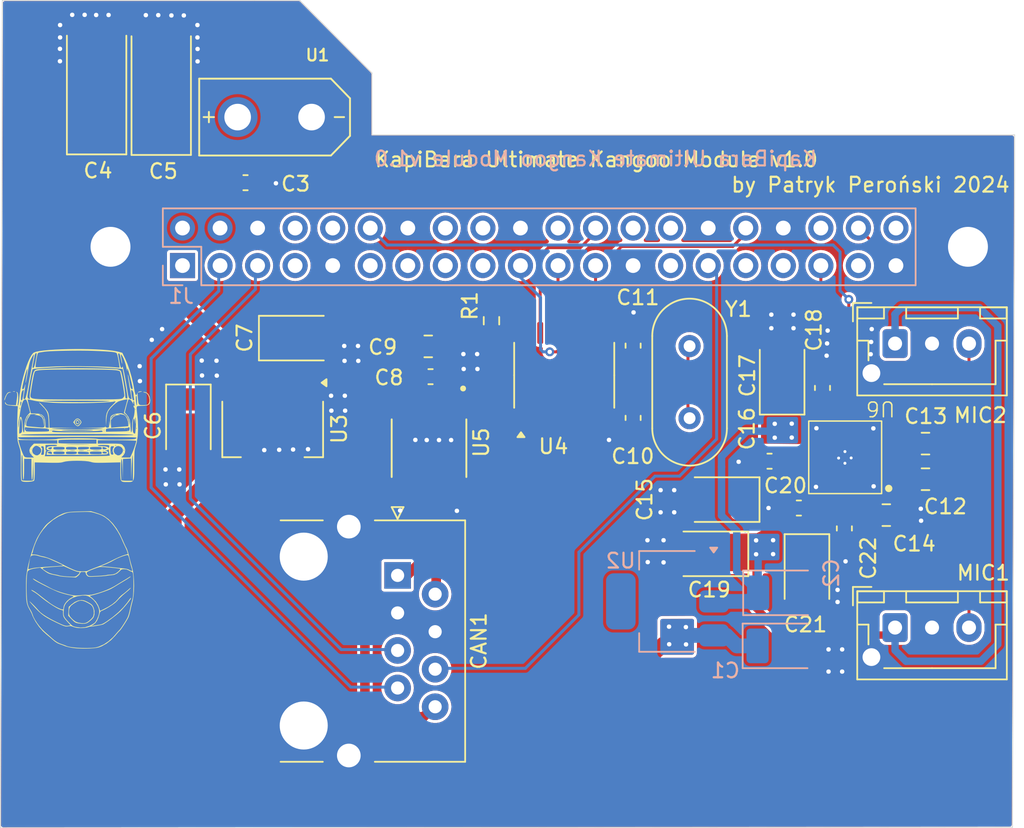
<source format=kicad_pcb>
(kicad_pcb (version 20240108) (generator "pcbnew") (generator_version "8.0")
  (title_block (date "15 nov 2012"))
  (layers (0 "F.Cu" signal) (31 "B.Cu" signal) (34 "B.Paste" user) (35 "F.Paste" user) (36 "B.SilkS" user "B.Silkscreen") (37 "F.SilkS" user "F.Silkscreen") (38 "B.Mask" user) (39 "F.Mask" user) (44 "Edge.Cuts" user))
  (net 0 "")
  (net 1 "GND")
  (net 2 "/GPIO4{slash}GPCLK0")
  (net 3 "/GPIO14{slash}TXD0")
  (net 4 "/GPIO15{slash}RXD0")
  (net 5 "/GPIO17")
  (net 6 "/GPIO27")
  (net 7 "/GPIO22")
  (net 8 "/GPIO23")
  (net 9 "/GPIO24")
  (net 10 "/GPIO25")
  (net 11 "/GPIO7{slash}SPI0.CE1")
  (net 12 "/ID_SDA")
  (net 13 "/ID_SCL")
  (net 14 "/GPIO6")
  (net 15 "/GPIO13{slash}PWM1")
  (net 16 "/GPIO16")
  (net 17 "/GPIO26")
  (net 18 "/GPIO21{slash}PCM.DOUT")
  (net 19 "+5V")
  (net 20 "+3V3")
  (net 21 "+3.3V")
  (net 22 "EN")
  (net 23 "SPLIT")
  (net 24 "RST")
  (net 25 "N_ERR")
  (net 26 "CAN_L")
  (net 27 "CAN_H")
  (net 28 "+3.3_CANV")
  (net 29 "Net-(U4-OSC1)")
  (net 30 "Net-(U4-OSC2)")
  (net 31 "CAN_CS")
  (net 32 "CAN_MISO")
  (net 33 "CAN_INT")
  (net 34 "CAN_MOSI")
  (net 35 "CAN_SCK")
  (net 36 "Net-(U4-~{RESET})")
  (net 41 "CAN_TX")
  (net 42 "CAN_RX")
  (net 47 "Net-(U6-IN1P)")
  (net 48 "/AUDIO/MIC_LEFT")
  (net 49 "Net-(U6-IN2P)")
  (net 50 "/AUDIO/MIC_RIGHT")
  (net 51 "Net-(U6-VREF)")
  (net 52 "Net-(U6-DREG)")
  (net 53 "Net-(U6-AREG)")
  (net 54 "BCLK")
  (net 55 "SDIN")
  (net 56 "FCLK")
  (footprint "Connector_JST:JST_XH_B3B-XH-AM_1x03_P2.50mm_Vertical" (layer "F.Cu") (at 156.57 73.27)
    (property "Reference" "MIC1")
    (property "Value" "Conn_01x03_Pin")
  )
  (footprint "MountingHole:MountingHole_2.7mm_M2.5" (layer "F.Cu") (at 161.5 47.5)
    (property "Reference" "MH2" (hide yes))
    (property "Value" "MountingHole_2.7mm_M2.5" (hide yes))
  )
  (footprint "Graphics:rau" (layer "F.Cu") (at 101.31 70.2)
    (property "Reference" "G***" (hide yes))
    (property "Value" "LOGO" (hide yes))
  )
  (footprint "Capacitor_Tantalum_SMD:CP_EIA-3528-21_Kemet-B_Pad1.50x2.35mm_HandSolder" (layer "F.Cu") (at 148.930001 56.219833 90)
    (property "Reference" "C17")
    (property "Value" "10u")
  )
  (footprint "Package_SO:TSSOP-20_4.4x6.5mm_P0.65mm" (layer "F.Cu") (at 134.19 56.1925 90)
    (property "Reference" "U4")
    (property "Value" "MCP2515-xST" (hide yes))
  )
  (footprint "Capacitor_SMD:C_0603_1608Metric_Pad1.08x0.95mm_HandSolder" (layer "F.Cu") (at 148.08 62.01 180)
    (property "Reference" "C16")
    (property "Value" "100n")
  )
  (footprint "PCM1821:WQFN-16" (layer "F.Cu") (at 153.190001 61.743334 180)
    (property "Reference" "U6")
    (property "Value" "PCM1821")
  )
  (footprint "Capacitor_Tantalum_SMD:CP_EIA-3528-21_Kemet-B_Pad1.50x2.35mm_HandSolder" (layer "F.Cu") (at 144.764999 64.61 180)
    (property "Reference" "C15")
    (property "Value" "10u")
  )
  (footprint "Capacitor_Tantalum_SMD:CP_EIA-7132-28_AVX-C_Pad2.72x3.50mm_HandSolder" (layer "F.Cu") (at 102.56 36.76 90)
    (property "Reference" "C4")
    (property "Value" "100u")
  )
  (footprint "Connector_RJ:RJ45_HALO_HFJ11-x2450HRL_Horizontal" (layer "F.Cu") (at 122.919999 69.739999 -90)
    (property "Reference" "CAN1")
    (property "Value" "RJ45_Shielded")
  )
  (footprint "Resistor_SMD:R_0603_1608Metric_Pad0.98x0.95mm_HandSolder" (layer "F.Cu") (at 129.27 52.5025 90)
    (property "Reference" "R1")
    (property "Value" "10k")
  )
  (footprint "Crystal:Crystal_HC49-U_Vertical" (layer "F.Cu") (at 142.670001 59.100002 90)
    (property "Reference" "Y1")
    (property "Value" "8Mhz" (hide yes))
  )
  (footprint "Capacitor_Tantalum_SMD:CP_EIA-3528-21_Kemet-B_Pad1.50x2.35mm_HandSolder" (layer "F.Cu") (at 116.175 53.68)
    (property "Reference" "C7")
    (property "Value" "10u")
  )
  (footprint "Capacitor_SMD:C_0805_2012Metric_Pad1.18x1.45mm_HandSolder" (layer "F.Cu") (at 155.9775 65.66 180)
    (property "Reference" "C14")
    (property "Value" "1u")
  )
  (footprint "XT30UPB-M:XT30UPB-M" (layer "F.Cu") (at 114.6 38.72)
    (property "Reference" "U1")
    (property "Value" "XT30UPB-M")
  )
  (footprint "Capacitor_SMD:C_0603_1608Metric_Pad1.08x0.95mm_HandSolder" (layer "F.Cu") (at 112.6325 43.16)
    (property "Reference" "C3")
    (property "Value" "100n")
  )
  (footprint "Capacitor_SMD:C_0603_1608Metric_Pad1.08x0.95mm_HandSolder" (layer "F.Cu") (at 151.659999 57.0525 90)
    (property "Reference" "C18")
    (property "Value" "100n")
  )
  (footprint "Capacitor_SMD:C_0603_1608Metric_Pad1.08x0.95mm_HandSolder" (layer "F.Cu") (at 138.85 54.19 90)
    (property "Reference" "C11")
    (property "Value" "22p")
  )
  (footprint "Capacitor_SMD:C_0805_2012Metric_Pad1.18x1.45mm_HandSolder" (layer "F.Cu") (at 124.9925 54.24)
    (property "Reference" "C9")
    (property "Value" "10u")
  )
  (footprint "Graphics:kangoo" (layer "F.Cu") (at 101.20313 58.709842)
    (property "Reference" "G***" (hide yes))
    (property "Value" "LOGO" (hide yes))
  )
  (footprint "MountingHole:MountingHole_2.7mm_M2.5" (layer "F.Cu") (at 103.5 47.5)
    (property "Reference" "MH1" (hide yes))
    (property "Value" "MountingHole_2.7mm_M2.5" (hide yes))
  )
  (footprint "Capacitor_SMD:C_0805_2012Metric_Pad1.18x1.45mm_HandSolder" (layer "F.Cu") (at 158.627499 60.819833 180)
    (property "Reference" "C13")
    (property "Value" "1u")
  )
  (footprint "Package_TO_SOT_SMD:SOT-223" (layer "F.Cu") (at 114.47 59.83 -90)
    (property "Reference" "U3")
    (property "Value" "LM1117MP-3.3")
  )
  (footprint "Capacitor_Tantalum_SMD:CP_EIA-3528-21_Kemet-B_Pad1.50x2.35mm_HandSolder" (layer "F.Cu") (at 144.005 68.28 180)
    (property "Reference" "C19")
    (property "Value" "10u")
  )
  (footprint "Capacitor_SMD:C_0603_1608Metric_Pad1.08x0.95mm_HandSolder" (layer "F.Cu") (at 138.85 59.08 -90)
    (property "Reference" "C10")
    (property "Value" "22p")
  )
  (footprint "Capacitor_SMD:C_0603_1608Metric_Pad1.08x0.95mm_HandSolder" (layer "F.Cu") (at 153.14 66.56 -90)
    (property "Reference" "C22")
    (property "Value" "100n")
  )
  (footprint "Capacitor_Tantalum_SMD:CP_EIA-3528-21_Kemet-B_Pad1.50x2.35mm_HandSolder" (layer "F.Cu") (at 150.61 69.585 -90)
    (property "Reference" "C21")
    (property "Value" "10u")
  )
  (footprint "Capacitor_SMD:C_0603_1608Metric_Pad1.08x0.95mm_HandSolder" (layer "F.Cu") (at 125.1475 56.29)
    (property "Reference" "C8")
    (property "Value" "100n")
  )
  (footprint "Capacitor_Tantalum_SMD:CP_EIA-7132-28_AVX-C_Pad2.72x3.50mm_HandSolder" (layer "F.Cu") (at 106.93 36.7975 90)
    (property "Reference" "C5")
    (property "Value" "100u")
  )
  (footprint "Capacitor_Tantalum_SMD:CP_EIA-3528-21_Kemet-B_Pad1.50x2.35mm_HandSolder" (layer "F.Cu") (at 108.77 59.455 -90)
    (property "Reference" "C6")
    (property "Value" "10u")
  )
  (footprint "Capacitor_SMD:C_0603_1608Metric_Pad1.08x0.95mm_HandSolder" (layer "F.Cu") (at 150.0625 65.180001 180)
    (property "Reference" "C20")
    (property "Value" "100n")
  )
  (footprint "SN65HVD1040D:SOIC127P599X175-8N" (layer "F.Cu") (at 125.045 61.129999 -90)
    (property "Reference" "U5")
    (property "Value" "SN65HVD1040D")
  )
  (footprint "Connector_JST:JST_XH_B3B-XH-AM_1x03_P2.50mm_Vertical" (layer "F.Cu") (at 156.57 54.05)
    (property "Reference" "MIC2")
    (property "Value" "Conn_01x03_Pin")
  )
  (footprint "Capacitor_SMD:C_0805_2012Metric_Pad1.18x1.45mm_HandSolder" (layer "F.Cu") (at 158.6275 63.229833 180)
    (property "Reference" "C12")
    (property "Value" "1u")
  )
  (footprint "Connector_PinSocket_2.54mm:PinSocket_2x20_P2.54mm_Vertical" (layer "B.Cu") (at 108.37 48.77 -90)
    (property "Reference" "J1")
    (property "Value" "GPIO")
  )
  (footprint "Package_TO_SOT_SMD:SOT-223" (layer "B.Cu") (at 141.169999 71.5 180)
    (property "Reference" "U2")
    (property "Value" "LM1117MP-3.3")
  )
  (footprint "Capacitor_Tantalum_SMD:CP_EIA-3528-21_Kemet-B_Pad1.50x2.35mm_HandSolder" (layer "B.Cu") (at 148.895001 74.51)
    (property "Reference" "C1")
    (property "Value" "10u")
  )
  (footprint "Capacitor_Tantalum_SMD:CP_EIA-3528-21_Kemet-B_Pad1.50x2.35mm_HandSolder" (layer "B.Cu") (at 148.930003 70.92)
    (property "Reference" "C2")
    (property "Value" "10u")
  )
  (gr_line (start 96.18 30.82) (end 97.92 30.82) (stroke (width 0.05)) (layer "Edge.Cuts"))
  (gr_line (start 121.19 35.74) (end 121.19 39.92) (stroke (width 0.05)) (layer "Edge.Cuts"))
  (gr_line (start 113.23 30.82) (end 116.3 30.82) (stroke (width 0.05)) (layer "Edge.Cuts"))
  (gr_line (start 97.92 30.82) (end 113.23 30.82) (stroke (width 0.05)) (layer "Edge.Cuts"))
  (gr_line (start 121.19 39.92) (end 164.66 39.92) (stroke (width 0.05)) (layer "Edge.Cuts"))
  (gr_line (start 164.66 39.92) (end 164.66 43.03) (stroke (width 0.05)) (layer "Edge.Cuts"))
  (gr_line (start 164.66 43.03) (end 164.51 86.79) (stroke (width 0.05)) (layer "Edge.Cuts"))
  (gr_line (start 116.3 30.82) (end 121.19 35.74) (stroke (width 0.05)) (layer "Edge.Cuts"))
  (gr_line (start 164.51 86.79) (end 96.05 86.83) (stroke (width 0.05)) (layer "Edge.Cuts"))
  (gr_line (start 96.18 30.82) (end 96.05 86.83) (stroke (width 0.05)) (layer "Edge.Cuts"))
  (gr_text "KapiBara Ultimate Kangoo Module v1.0\n" (at 151.38 42.12 -0) (layer "B.SilkS") (effects (font (size 1 1)) (justify left bottom mirror)))
  (gr_text "KapiBara Ultimate Kangoo Module v1.0\n" (at 121.29 42.18 0) (layer "F.SilkS") (effects (font (size 1 1)) (justify left bottom)))
  (gr_text "by Patryk Peroński 2024" (at 145.4 43.89 0) (layer "F.SilkS") (effects (font (size 1 1)) (justify left bottom)))
  (via (at 102.53 31.81) (size 0.6) (drill 0.3) (layers "F.Cu" "B.Cu") (net 1))
  (via (at 158.33 66.04) (size 0.6) (drill 0.3) (layers "F.Cu" "B.Cu") (net 1))
  (via (at 106.99 53.07) (size 0.6) (drill 0.3) (layers "F.Cu" "B.Cu") (net 1))
  (via (at 118.44 58.59) (size 0.6) (drill 0.3) (layers "F.Cu" "B.Cu") (net 1))
  (via (at 152.75 61.799999) (size 0.4) (drill 0.2) (layers "F.Cu" "B.Cu") (net 1))
  (via (at 108.15 62.57) (size 0.6) (drill 0.3) (layers "F.Cu" "B.Cu") (net 1))
  (via (at 154.95 53.94) (size 0.6) (drill 0.3) (layers "F.Cu" "B.Cu") (net 1))
  (via (at 145.99 62.05) (size 0.6) (drill 0.3) (layers "F.Cu" "B.Cu") (net 1))
  (via (at 109.69 56.21) (size 0.6) (drill 0.3) (layers "F.Cu" "B.Cu") (net 1))
  (via (at 100.08 34.1) (size 0.6) (drill 0.3) (layers "F.Cu" "B.Cu") (net 1))
  (via (at 105.89 31.82) (size 0.6) (drill 0.3) (layers "F.Cu" "B.Cu") (net 1))
  (via (at 100.91 31.8) (size 0.6) (drill 0.3) (layers "F.Cu" "B.Cu") (net 1))
  (via (at 149.7 53.01) (size 0.6) (drill 0.3) (layers "F.Cu" "B.Cu") (net 1))
  (via (at 109.38 33.33) (size 0.6) (drill 0.3) (layers "F.Cu" "B.Cu") (net 1))
  (via (at 127.37 54.76) (size 0.6) (drill 0.3) (layers "F.Cu" "B.Cu") (net 1))
  (via (at 152.07 74.75) (size 0.6) (drill 0.3) (layers "F.Cu" "B.Cu") (net 1))
  (via (at 140.71 63.97) (size 0.6) (drill 0.3) (layers "F.Cu" "B.Cu") (net 1))
  (via (at 124.12 60.57) (size 0.6) (drill 0.3) (layers "F.Cu" "B.Cu") (net 1))
  (via (at 119.33 55.22) (size 0.6) (drill 0.3) (layers "F.Cu" "B.Cu") (net 1))
  (via (at 152.68 71.54) (size 0.6) (drill 0.3) (layers "F.Cu" "B.Cu") (net 1))
  (via (at 109.67 55.2) (size 0.6) (drill 0.3) (layers "F.Cu" "B.Cu") (net 1))
  (via (at 107.62 31.84) (size 0.6) (drill 0.3) (layers "F.Cu" "B.Cu") (net 1))
  (via (at 137.22 60.57) (size 0.6) (drill 0.3) (layers "F.Cu" "B.Cu") (net 1))
  (via (at 141.63 63.97) (size 0.6) (drill 0.3) (layers "F.Cu" "B.Cu") (net 1))
  (via (at 100.09 32.49) (size 0.6) (drill 0.3) (layers "F.Cu" "B.Cu") (net 1))
  (via (at 152.07 76.25) (size 0.6) (drill 0.3) (layers "F.Cu" "B.Cu") (net 1))
  (via (at 152.99 74.75) (size 0.6) (drill 0.3) (layers "F.Cu" "B.Cu") (net 1))
  (via (at 154.99 53.07) (size 0.6) (drill 0.3) (layers "F.Cu" "B.Cu") (net 1))
  (via (at 151.94 54.87) (size 0.6) (drill 0.3) (layers "F.Cu" "B.Cu") (net 1))
  (via (at 118.42 57.58) (size 0.6) (drill 0.3) (layers "F.Cu" "B.Cu") (net 1))
  (via (at 141.63 65.47) (size 0.6) (drill 0.3) (layers "F.Cu" "B.Cu") (net 1))
  (via (at 119.37 58.59) (size 0.6) (drill 0.3) (layers "F.Cu" "B.Cu") (net 1))
  (via (at 153.178248 62.149998) (size 0.4) (drill 0.2) (layers "F.Cu" "B.Cu") (net 1))
  (via (at 114.69 43.2) (size 0.6) (drill 0.3) (layers "F.Cu" "B.Cu") (net 1))
  (via (at 119.31 54.21) (size 0.6) (drill 0.3) (layers "F.Cu" "B.Cu") (net 1))
  (via (at 120.24 54.21) (size 0.6) (drill 0.3) (layers "F.Cu" "B.Cu") (net 1))
  (via (at 149.7 52.09) (size 0.6) (drill 0.3) (layers "F.Cu" "B.Cu") (net 1))
  (via (at 151.97 54.04) (size 0.6) (drill 0.3) (layers "F.Cu" "B.Cu") (net 1))
  (via (at 152.99 76.25) (size 0.6) (drill 0.3) (layers "F.Cu" "B.Cu") (net 1))
  (via (at 140.91 68.86) (size 0.6) (drill 0.3) (layers "F.Cu" "B.Cu") (net 1))
  (via (at 140.91 67.36) (size 0.6) (drill 0.3) (layers "F.Cu" "B.Cu") (net 1))
  (via (at 110.67 55.21) (size 0.6) (drill 0.3) (layers "F.Cu" "B.Cu") (net 1))
  (via (at 151.25 59.78) (size 0.6) (drill 0.3) (layers "F.Cu" "B.Cu") (net 1))
  (via (at 109.39 34.95) (size 0.6) (drill 0.3) (layers "F.Cu" "B.Cu") (net 1))
  (via (at 153.22 68.79) (size 0.6) (drill 0.3) (layers "F.Cu" "B.Cu") (net 1))
  (via (at 105.49 56.59) (size 0.6) (drill 0.3) (layers "F.Cu" "B.Cu") (net 1))
  (via (at 151.22 63.75) (size 0.6) (drill 0.3) (layers "F.Cu" "B.Cu") (net 1))
  (via (at 148.2 53.01) (size 0.6) (drill 0.3) (layers "F.Cu" "B.Cu") (net 1))
  (via (at 105.47 55.58) (size 0.6) (drill 0.3) (layers "F.Cu" "B.Cu") (net 1))
  (via (at 101.75 31.8) (size 0.6) (drill 0.3) (layers "F.Cu" "B.Cu") (net 1))
  (via (at 139.82 67.36) (size 0.6) (drill 0.3) (layers "F.Cu" "B.Cu") (net 1))
  (via (at 123.09 65.35) (size 0.6) (drill 0.3) (layers "F.Cu" "B.Cu") (net 1))
  (via (at 148.2 52.09) (size 0.6) (drill 0.3) (layers "F.Cu" "B.Cu") (net 1))
  (via (at 115.85 61.22) (size 0.6) (drill 0.3) (layers "F.Cu" "B.Cu") (net 1))
  (via (at 128.3 54.76) (size 0.6) (drill 0.3) (layers "F.Cu" "B.Cu") (net 1))
  (via (at 127.39 55.77) (size 0.6) (drill 0.3) (layers "F.Cu" "B.Cu") (net 1))
  (via (at 138.88 51.94) (size 0.6) (drill 0.3) (layers "F.Cu" "B.Cu") (net 1))
  (via (at 155.1 59.79) (size 0.6) (drill 0.3) (layers "F.Cu" "B.Cu") (net 1))
  (via (at 106.73 31.82) (size 0.6) (drill 0.3) (layers "F.Cu" "B.Cu") (net 1))
  (via (at 126.93 65.37) (size 0.6) (drill 0.3) (layers "F.Cu" "B.Cu") (net 1))
  (via (at 108.46 31.84) (size 0.6) (drill 0.3) (layers "F.Cu" "B.Cu") (net 1))
  (via (at 100.08 34.94) (size 0.6) (drill 0.3) (layers "F.Cu" "B.Cu") (net 1))
  (via (at 126.54 60.58) (size 0.6) (drill 0.3) (layers "F.Cu" "B.Cu") (net 1))
  (via (at 107.22 62.57) (size 0.6) (drill 0.3) (layers "F.Cu" "B.Cu") (net 1))
  (via (at 128.32 55.77) (size 0.6) (drill 0.3) (layers "F.Cu" "B.Cu") (net 1))
  (via (at 152.68 70.72) (size 0.6) (drill 0.3) (layers "F.Cu" "B.Cu") (net 1))
  (via (at 155.12 63.71) (size 0.6) (drill 0.3) (layers "F.Cu" "B.Cu") (net 1))
  (via (at 100.09 33.33) (size 0.6) (drill 0.3) (layers "F.Cu" "B.Cu") (net 1))
  (via (at 106.289964 53.79832) (size 0.6) (drill 0.3) (layers "F.Cu" "B.Cu") (net 1))
  (via (at 158.31 65.23) (size 0.6) (drill 0.3) (layers "F.Cu" "B.Cu") (net 1))
  (via (at 124.89 60.58) (size 0.6) (drill 0.3) (layers "F.Cu" "B.Cu") (net 1))
  (via (at 120.26 55.22) (size 0.6) (drill 0.3) (layers "F.Cu" "B.Cu") (net 1))
  (via (at 114.91 61.24) (size 0.6) (drill 0.3) (layers "F.Cu" "B.Cu") (net 1))
  (via (at 152.01 53.17) (size 0.6) (drill 0.3) (layers "F.Cu" "B.Cu") (net 1))
  (via (at 116.86 61.2) (size 0.6) (drill 0.3) (layers "F.Cu" "B.Cu") (net 1))
  (via (at 148.01 65.18) (size 0.6) (drill 0.3) (layers "F.Cu" "B.Cu") (net 1))
  (via (at 109.38 32.49) (size 0.6) (drill 0.3) (layers "F.Cu" "B.Cu") (net 1))
  (via (at 139.84 68.84) (size 0.6) (drill 0.3) (layers "F.Cu" "B.Cu") (net 1))
  (via (at 103.37 31.81) (size 0.6) (drill 0.3) (layers "F.Cu" "B.Cu") (net 1))
  (via (at 113.9 61.26) (size 0.6) (drill 0.3) (layers "F.Cu" "B.Cu") (net 1))
  (via (at 154.92 54.77) (size 0.6) (drill 0.3) (layers "F.Cu" "B.Cu") (net 1))
  (via (at 108.17 63.58) (size 0.6) (drill 0.3) (layers "F.Cu" "B.Cu") (net 1))
  (via (at 110.69 56.22) (size 0.6) (drill 0.3) (layers "F.Cu" "B.Cu") (net 1))
  (via (at 153.6 61.79) (size 0.4) (drill 0.2) (layers "F.Cu" "B.Cu") (net 1))
  (via (at 107.24 63.58) (size 0.6) (drill 0.3) (layers "F.Cu" "B.Cu") (net 1))
  (via (at 153.180002 61.360001) (size 0.4) (drill 0.2) (layers "F.Cu" "B.Cu") (net 1))
  (via (at 125.72 60.58) (size 0.6) (drill 0.3) (layers "F.Cu" "B.Cu") (net 1))
  (via (at 119.35 57.58) (size 0.6) (drill 0.3) (layers "F.Cu" "B.Cu") (net 1))
  (via (at 140.71 65.47) (size 0.6) (drill 0.3) (layers "F.Cu" "B.Cu") (net 1))
  (via (at 109.39 34.11) (size 0.6) (drill 0.3) (layers "F.Cu" "B.Cu") (net 1))
  (segment (start 123.955 54.24) (end 124.1425 54.24) (width 0.6) (layer "F.Cu") (net 19))
  (segment (start 120.44 57.24) (end 120.44 59.82) (width 1) (layer "F.Cu") (net 19))
  (segment (start 107.81 81.78) (end 110.4 84.37) (width 1) (layer "F.Cu") (net 19))
  (segment (start 101.59 51.35) (end 108.42 51.35) (width 1) (layer "F.Cu") (net 19))
  (segment (start 112.23 55.16) (end 112.159999 55.230001) (width 1) (layer "F.Cu") (net 19))
  (segment (start 112.159999 59.369999) (end 112.159999 58.079999) (width 1) (layer "F.Cu") (net 19))
  (segment (start 124.400001 58.429999) (end 124.400001 54.685001) (width 0.6) (layer "F.Cu") (net 19))
  (segment (start 102.7 43.06) (end 102.26 43.06) (width 1) (layer "F.Cu") (net 19))
  (segment (start 110.4 84.37) (end 130.92 84.37) (width 1) (layer "F.Cu") (net 19))
  (segment (start 112.159999 58.079999) (end 111.68 57.6) (width 1) (layer "F.Cu") (net 19))
  (segment (start 112.159999 55.230001) (end 112.159999 58.079999) (width 1) (layer "F.Cu") (net 19))
  (segment (start 112.82 60.03) (end 112.159999 59.369999) (width 1) (layer "F.Cu") (net 19))
  (segment (start 108.42 51.35) (end 112.23 55.16) (width 1) (layer "F.Cu") (net 19))
  (segment (start 107.81 65.61) (end 107.81 81.78) (width 1) (layer "F.Cu") (net 19))
  (segment (start 124.400001 54.685001) (end 123.955 54.24) (width 0.6) (layer "F.Cu") (net 19))
  (segment (start 112.159999 61.260001) (end 107.81 65.61) (width 1) (layer "F.Cu") (net 19))
  (segment (start 111.68 57.6) (end 109.33 57.6) (width 1) (layer "F.Cu") (net 19))
  (segment (start 102.26 43.06) (end 99.62 45.7) (width 1) (layer "F.Cu") (net 19))
  (segment (start 99.62 45.7) (end 99.62 49.38) (width 1) (layer "F.Cu") (net 19))
  (segment (start 140.89 74.4) (end 141.29 74.4) (width 1) (layer "F.Cu") (net 19))
  (segment (start 123.44 54.24) (end 120.44 57.24) (width 1) (layer "F.Cu") (net 19))
  (segment (start 112.159999 58.079999) (end 112.159999 61.260001) (width 1) (layer "F.Cu") (net 19))
  (segment (start 120.23 60.03) (end 112.82 60.03) (width 1) (layer "F.Cu") (net 19))
  (segment (start 99.62 49.38) (end 101.59 51.35) (width 1) (layer "F.Cu") (net 19))
  (segment (start 130.92 84.37) (end 140.89 74.4) (width 1) (layer "F.Cu") (net 19))
  (segment (start 124.1425 54.24) (end 123.44 54.24) (width 1) (layer "F.Cu") (net 19))
  (segment (start 109.33 57.6) (end 108.91 58.02) (width 1) (layer "F.Cu") (net 19))
  (segment (start 120.44 59.82) (end 120.23 60.03) (width 1) (layer "F.Cu") (net 19))
  (via (at 141.29 74.4) (size 0.6) (drill 0.3) (layers "F.Cu" "B.Cu") (net 19))
  (via (at 142.43 74.41) (size 0.6) (drill 0.3) (layers "F.Cu" "B.Cu") (net 19))
  (via (at 141.28 73.21) (size 0.6) (drill 0.3) (layers "F.Cu" "B.Cu") (net 19))
  (via (at 142.42 73.24) (size 0.6) (drill 0.3) (layers "F.Cu" "B.Cu") (net 19))
  (segment (start 144.319999 73.8) (end 145.16 73.8) (width 1) (layer "B.Cu") (net 19))
  (segment (start 145.16 73.8) (end 145.87 74.51) (width 1) (layer "B.Cu") (net 19))
  (segment (start 145.87 74.51) (end 147.270001 74.51) (width 1) (layer "B.Cu") (net 19))
  (segment (start 144.319999 73.8) (end 142.46 73.8) (width 1) (layer "B.Cu") (net 19))
  (segment (start 147.17 68.31) (end 147.17 71.95) (width 0.5) (layer "F.Cu") (net 21))
  (segment (start 156.06 73.78) (end 156.57 73.27) (width 0.2) (layer "F.Cu") (net 21))
  (segment (start 149 73.78) (end 156.06 73.78) (width 0.5) (layer "F.Cu") (net 21))
  (segment (start 147.17 71.95) (end 149 73.78) (width 0.5) (layer "F.Cu") (net 21))
  (via (at 148.32 67.36) (size 0.6) (drill 0.3) (layers "F.Cu" "B.Cu") (net 21))
  (via (at 148.43 60.42) (size 0.6) (drill 0.3) (layers "F.Cu" "B.Cu") (net 21))
  (via (at 149.58 59.47) (size 0.6) (drill 0.3) (layers "F.Cu" "B.Cu") (net 21))
  (via (at 147.17 67.37) (size 0.6) (drill 0.3) (layers "F.Cu" "B.Cu") (net 21))
  (via (at 148.32 68.3) (size 0.6) (drill 0.3) (layers "F.Cu" "B.Cu") (net 21))
  (via (at 148.43 59.48) (size 0.6) (drill 0.3) (layers "F.Cu" "B.Cu") (net 21))
  (via (at 147.17 68.31) (size 0.6) (drill 0.3) (layers "F.Cu" "B.Cu") (net 21))
  (via (at 149.58 60.41) (size 0.6) (drill 0.3) (layers "F.Cu" "B.Cu") (net 21))
  (segment (start 146.55 59.98) (end 148.18 59.98) (width 0.5) (layer "B.Cu") (net 21))
  (segment (start 156.57 74.81) (end 157.31 75.55) (width 0.5) (layer "B.Cu") (net 21))
  (segment (start 144.83 65.69) (end 144.83 62.39) (width 0.5) (layer "B.Cu") (net 21))
  (segment (start 147.305003 70.92) (end 145.86 69.474997) (width 0.5) (layer "B.Cu") (net 21))
  (segment (start 147.305003 68.484997) (end 147.76 68.03) (width 0.5) (layer "B.Cu") (net 21))
  (segment (start 146.725003 71.5) (end 147.305003 70.92) (width 1) (layer "B.Cu") (net 21))
  (segment (start 144.83 61.7) (end 144.85 61.68) (width 0.5) (layer "B.Cu") (net 21))
  (segment (start 145.86 69.474997) (end 145.86 68.38) (width 0.5) (layer "B.Cu") (net 21))
  (segment (start 156.57 52.09) (end 156.55 52.07) (width 0.2) (layer "B.Cu") (net 21))
  (segment (start 144.85 61.68) (end 146.55 59.98) (width 0.5) (layer "B.Cu") (net 21))
  (segment (start 162.37 75.55) (end 163.52 74.4) (width 0.5) (layer "B.Cu") (net 21))
  (segment (start 145.86 66.72) (end 145.26 66.12) (width 0.5) (layer "B.Cu") (net 21))
  (segment (start 144.32 71.5) (end 146.725003 71.5) (width 1) (layer "B.Cu") (net 21))
  (segment (start 144.83 62.39) (end 144.83 61.7) (width 0.5) (layer "B.Cu") (net 21))
  (segment (start 163.52 74.4) (end 163.52 52.87) (width 0.5) (layer "B.Cu") (net 21))
  (segment (start 157.31 75.55) (end 162.37 75.55) (width 0.5) (layer "B.Cu") (net 21))
  (segment (start 157 51.62) (end 156.55 52.07) (width 0.5) (layer "B.Cu") (net 21))
  (segment (start 145.26 66.12) (end 144.83 65.69) (width 0.5) (layer "B.Cu") (net 21))
  (segment (start 163.52 52.87) (end 162.27 51.62) (width 0.5) (layer "B.Cu") (net 21))
  (segment (start 147.305003 70.92) (end 147.305003 68.484997) (width 0.5) (layer "B.Cu") (net 21))
  (segment (start 156.57 73.27) (end 156.57 74.81) (width 0.5) (layer "B.Cu") (net 21))
  (segment (start 145.86 68.38) (end 145.86 66.72) (width 0.5) (layer "B.Cu") (net 21))
  (segment (start 156.57 54.05) (end 156.57 52.09) (width 0.5) (layer "B.Cu") (net 21))
  (segment (start 162.27 51.62) (end 157 51.62) (width 0.5) (layer "B.Cu") (net 21))
  (segment (start 113.3 50.38) (end 108.9 54.78) (width 0.2) (layer "B.Cu") (net 22))
  (segment (start 108.9 54.78) (end 108.9 64.55) (width 0.2) (layer "B.Cu") (net 22))
  (segment (start 113.45 48.77) (end 113.3 48.92) (width 0.2) (layer "B.Cu") (net 22))
  (segment (start 113.3 48.92) (end 113.3 50.38) (width 0.2) (layer "B.Cu") (net 22))
  (segment (start 119.110002 74.760002) (end 122.880002 74.760002) (width 0.2) (layer "B.Cu") (net 22))
  (segment (start 108.9 64.55) (end 119.110002 74.760002) (width 0.2) (layer "B.Cu") (net 22))
  (segment (start 120.71 78.41) (end 121.61 79.31) (width 0.65) (layer "F.Cu") (net 23))
  (segment (start 121.61 79.31) (end 124.680003 79.31) (width 0.65) (layer "F.Cu") (net 23))
  (segment (start 121.78 67.46) (end 120.71 68.53) (width 0.65) (layer "F.Cu") (net 23))
  (segment (start 120.71 68.53) (end 120.71 78.41) (width 0.65) (layer "F.Cu") (net 23))
  (segment (start 123.140001 63.599999) (end 121.78 64.96) (width 0.65) (layer "F.Cu") (net 23))
  (segment (start 121.78 64.96) (end 121.78 67.46) (width 0.65) (layer "F.Cu") (net 23))
  (segment (start 124.680003 79.31) (end 125.420003 78.57) (width 0.65) (layer "F.Cu") (net 23))
  (segment (start 112.32 69.87) (end 106.25 63.8) (width 0.2) (layer "B.Cu") (net 24))
  (segment (start 106.25 55.06) (end 110.82 50.49) (width 0.2) (layer "B.Cu") (net 24))
  (segment (start 112.320001 69.870001) (end 112.32 69.87) (width 0.2) (layer "B.Cu") (net 24))
  (segment (start 119.75 77.3) (end 122.88 77.3) (width 0.2) (layer "B.Cu") (net 24))
  (segment (start 110.82 50.49) (end 110.82 48.86) (width 0.2) (layer "B.Cu") (net 24))
  (segment (start 110.82 48.86) (end 110.91 48.77) (width 0.2) (layer "B.Cu") (net 24))
  (segment (start 112.320001 69.870001) (end 119.75 77.3) (width 0.2) (layer "B.Cu") (net 24))
  (segment (start 106.25 63.8) (end 106.25 55.06) (width 0.2) (layer "B.Cu") (net 24))
  (segment (start 143.93 48.77) (end 144.5 49.34) (width 0.2) (layer "B.Cu") (net 25))
  (segment (start 144.5 49.34) (end 144.5 60.51) (width 0.2) (layer "B.Cu") (net 25))
  (segment (start 140.33 63.02) (end 135.18 68.17) (width 0.2) (layer "B.Cu") (net 25))
  (segment (start 144.5 60.51) (end 141.99 63.02) (width 0.2) (layer "B.Cu") (net 25))
  (segment (start 135.18 68.17) (end 135.18 72.41) (width 0.2) (layer "B.Cu") (net 25))
  (segment (start 131.56 76.03) (end 125.42 76.03) (width 0.2) (layer "B.Cu") (net 25))
  (segment (start 141.99 63.02) (end 140.33 63.02) (width 0.2) (layer "B.Cu") (net 25))
  (segment (start 135.18 72.41) (end 131.56 76.03) (width 0.2) (layer "B.Cu") (net 25))
  (segment (start 124.41 68.89) (end 123.62 69.68) (width 0.65) (layer "F.Cu") (net 26))
  (segment (start 123.62 69.68) (end 122.88 69.68) (width 0.65) (layer "F.Cu") (net 26))
  (segment (start 124.41 63.599997) (end 124.41 68.89) (width 0.65) (layer "F.Cu") (net 26))
  (segment (start 125.53 70.84) (end 125.42 70.95) (width 0.65) (layer "F.Cu") (net 27))
  (segment (start 125.53 63.769997) (end 125.53 70.84) (width 0.65) (layer "F.Cu") (net 27))
  (segment (start 114.46 56.669999) (end 114.46 55.88) (width 1) (layer "F.Cu") (net 28))
  (segment (start 114.46 55.88) (end 114.46 55.005) (width 1) (layer "F.Cu") (net 28))
  (segment (start 114.46 55.88) (end 114.46 52.76) (width 0.5) (layer "F.Cu") (net 28))
  (segment (start 114.46 52.76) (end 115.44 51.78) (width 0.5) (layer "F.Cu") (net 28))
  (segment (start 126.72 51.78) (end 128.355 53.415) (width 0.5) (layer "F.Cu") (net 28))
  (segment (start 129.27 53.415) (end 131.18 53.415) (width 0.5) (layer "F.Cu") (net 28))
  (segment (start 114.47 56.679999) (end 114.46 56.669999) (width 1) (layer "F.Cu") (net 28))
  (segment (start 128.355 53.415) (end 129.27 53.415) (width 0.5) (layer "F.Cu") (net 28))
  (segment (start 115.44 51.78) (end 126.72 51.78) (width 0.5) (layer "F.Cu") (net 28))
  (segment (start 114.46 55.005) (end 114.765 54.7) (width 0.2) (layer "F.Cu") (net 28))
  (segment (start 138.84 57.45) (end 138.850001 57.460001) (width 0.2) (layer "F.Cu") (net 29))
  (segment (start 136.465 59.055) (end 136.465 58.045) (width 0.2) (layer "F.Cu") (net 29))
  (segment (start 137.34 57.17) (end 138.84 57.17) (width 0.2) (layer "F.Cu") (net 29))
  (segment (start 136.465 58.045) (end 137.34 57.17) (width 0.2) (layer "F.Cu") (net 29))
  (segment (start 142.03 57.17) (end 142.560001 57.700001) (width 0.2) (layer "F.Cu") (net 29))
  (segment (start 138.850001 57.460001) (end 138.850001 58.2175) (width 0.2) (layer "F.Cu") (net 29))
  (segment (start 142.560001 57.700001) (end 142.560001 59.130002) (width 0.2) (layer "F.Cu") (net 29))
  (segment (start 138.84 57.17) (end 142.03 57.17) (width 0.2) (layer "F.Cu") (net 29))
  (segment (start 138.84 57.17) (end 138.84 57.45) (width 0.2) (layer "F.Cu") (net 29))
  (segment (start 137.28 56.18) (end 138.75 56.18) (width 0.2) (layer "F.Cu") (net 30))
  (segment (start 138.75 56.18) (end 142.11 56.18) (width 0.2) (layer "F.Cu") (net 30))
  (segment (start 138.849999 56.080001) (end 138.75 56.18) (width 0.2) (layer "F.Cu") (net 30))
  (segment (start 135.815 57.645) (end 137.28 56.18) (width 0.2) (layer "F.Cu") (net 30))
  (segment (start 135.815 59.055) (end 135.815 57.645) (width 0.2) (layer "F.Cu") (net 30))
  (segment (start 138.849999 55.0525) (end 138.849999 56.080001) (width 0.2) (layer "F.Cu") (net 30))
  (segment (start 142.560001 55.729999) (end 142.560001 54.250002) (width 0.2) (layer "F.Cu") (net 30))
  (segment (start 142.11 56.18) (end 142.560001 55.729999) (width 0.2) (layer "F.Cu") (net 30))
  (segment (start 132.565 48.105) (end 133.11 47.56) (width 0.2) (layer "F.Cu") (net 31))
  (segment (start 135.28 47.56) (end 136.31 46.53) (width 0.2) (layer "F.Cu") (net 31))
  (segment (start 133.11 47.56) (end 135.28 47.56) (width 0.2) (layer "F.Cu") (net 31))
  (segment (start 136.31 46.53) (end 136.31 46.23) (width 0.2) (layer "F.Cu") (net 31))
  (segment (start 132.565 53.33) (end 132.565 48.105) (width 0.2) (layer "F.Cu") (net 31))
  (segment (start 133.77 50.43) (end 133.77 48.77) (width 0.2) (layer "F.Cu") (net 32))
  (segment (start 133.215 53.33) (end 133.215 50.985) (width 0.2) (layer "F.Cu") (net 32))
  (segment (start 133.215 50.985) (end 133.77 50.43) (width 0.2) (layer "F.Cu") (net 32))
  (segment (start 135.815001 52.264999) (end 137.58 50.5) (width 0.2) (layer "F.Cu") (net 33))
  (segment (start 138.07 47.47) (end 138.11 47.47) (width 0.2) (layer "F.Cu") (net 33))
  (segment (start 137.58 47.96) (end 138.07 47.47) (width 0.2) (layer "F.Cu") (net 33))
  (segment (start 135.815001 53.329999) (end 135.815001 52.264999) (width 0.2) (layer "F.Cu") (net 33))
  (segment (start 145.59 47.48) (end 146.47 46.6) (width 0.2) (layer "F.Cu") (net 33))
  (segment (start 138.12 47.48) (end 145.59 47.48) (width 0.2) (layer "F.Cu") (net 33))
  (segment (start 146.47 46.6) (end 146.47 46.23) (width 0.2) (layer "F.Cu") (net 33))
  (segment (start 137.58 50.5) (end 137.58 47.96) (width 0.2) (layer "F.Cu") (net 33))
  (segment (start 138.11 47.47) (end 138.12 47.48) (width 0.2) (layer "F.Cu") (net 33))
  (segment (start 133.21 54.61) (end 133.68 54.61) (width 0.2) (layer "F.Cu") (net 34))
  (segment (start 131.23 48.77) (end 131.68 49.22) (width 0.2) (layer "F.Cu") (net 34))
  (segment (start 133.865 54.425) (end 133.865 53.33) (width 0.2) (layer "F.Cu") (net 34))
  (segment (start 133.68 54.61) (end 133.865 54.425) (width 0.2) (layer "F.Cu") (net 34))
  (via (at 133.21 54.61) (size 0.6) (drill 0.3) (layers "F.Cu" "B.Cu") (net 34))
  (segment (start 132.59 54.45) (end 132.59 50.93) (width 0.2) (layer "B.Cu") (net 34))
  (segment (start 132.59 50.93) (end 131.23 49.57) (width 0.2) (layer "B.Cu") (net 34))
  (segment (start 132.75 54.61) (end 132.59 54.45) (width 0.2) (layer "B.Cu") (net 34))
  (segment (start 133.21 54.61) (end 132.75 54.61) (width 0.2) (layer "B.Cu") (net 34))
  (segment (start 131.23 49.57) (end 131.23 48.77) (width 0.2) (layer "B.Cu") (net 34))
  (segment (start 136.31 48.77) (end 136.69 49.15) (width 0.2) (layer "F.Cu") (net 35))
  (segment (start 136.31 50.83) (end 136.31 48.77) (width 0.2) (layer "F.Cu") (net 35))
  (segment (start 135.165001 53.329999) (end 135.165001 51.974999) (width 0.2) (layer "F.Cu") (net 35))
  (segment (start 135.165001 51.974999) (end 136.31 50.83) (width 0.2) (layer "F.Cu") (net 35))
  (segment (start 129.45 51.89) (end 131.61 51.89) (width 0.2) (layer "F.Cu") (net 36))
  (segment (start 131.61 51.89) (end 131.915 52.195) (width 0.2) (layer "F.Cu") (net 36))
  (segment (start 131.915 52.195) (end 131.915 53.33) (width 0.2) (layer "F.Cu") (net 36))
  (segment (start 129.15 51.59) (end 129.45 51.89) (width 0.2) (layer "F.Cu") (net 36))
  (segment (start 131.265001 59.055) (end 131.265001 59.574999) (width 0.2) (layer "F.Cu") (net 41))
  (segment (start 131.265001 59.574999) (end 130.56 60.28) (width 0.2) (layer "F.Cu") (net 41))
  (segment (start 127.44 60.28) (end 126.984999 59.824999) (width 0.2) (layer "F.Cu") (net 41))
  (segment (start 126.984999 59.824999) (end 126.984999 57.81) (width 0.2) (layer "F.Cu") (net 41))
  (segment (start 130.56 60.28) (end 127.44 60.28) (width 0.2) (layer "F.Cu") (net 41))
  (segment (start 123.175 60.575) (end 123.175 57.809999) (width 0.2) (layer "F.Cu") (net 42))
  (segment (start 131.915 60.685) (end 131.08 61.52) (width 0.2) (layer "F.Cu") (net 42))
  (segment (start 131.915 59.055) (end 131.915 60.685) (width 0.2) (layer "F.Cu") (net 42))
  (segment (start 124.12 61.52) (end 123.175 60.575) (width 0.2) (layer "F.Cu") (net 42))
  (segment (start 131.08 61.52) (end 124.12 61.52) (width 0.2) (layer "F.Cu") (net 42))
  (segment (start 157.033498 62.493333) (end 157.580001 63.039833) (width 0.2) (layer "F.Cu") (net 47))
  (segment (start 154.9465 62.493333) (end 157.033498 62.493333) (width 0.2) (layer "F.Cu") (net 47))
  (segment (start 160.879833 63.229833) (end 159.665 63.229833) (width 0.2) (layer "F.Cu") (net 48))
  (segment (start 161.57 63.92) (end 160.879833 63.229833) (width 0.2) (layer "F.Cu") (net 48))
  (segment (start 161.57 73.27) (end 161.57 63.92) (width 0.2) (layer "F.Cu") (net 48))
  (segment (start 156.916498 61.493332) (end 157.59 60.819834) (width 0.2) (layer "F.Cu") (net 49))
  (segment (start 154.946499 61.493335) (end 156.916498 61.493332) (width 0.2) (layer "F.Cu") (net 49))
  (segment (start 161.57 59.97) (end 161.57 54.05) (width 0.2) (layer "F.Cu") (net 50))
  (segment (start 159.664999 60.819833) (end 160.720167 60.819833) (width 0.2) (layer "F.Cu") (net 50))
  (segment (start 160.720167 60.819833) (end 161.57 59.97) (width 0.2) (layer "F.Cu") (net 50))
  (segment (start 153.44 59.986834) (end 153.44 51.06) (width 0.2) (layer "F.Cu") (net 54))
  (via (at 153.44 51.06) (size 0.6) (drill 0.3) (layers "F.Cu" "B.Cu") (net 54))
  (segment (start 152.85 50.47) (end 152.85 47.85) (width 0.2) (layer "B.Cu") (net 54))
  (segment (start 153.44 51.06) (end 152.85 50.47) (width 0.2) (layer "B.Cu") (net 54))
  (segment (start 122.22 47.38) (end 121.07 46.23) (width 0.2) (layer "B.Cu") (net 54))
  (segment (start 152.38 47.38) (end 122.22 47.38) (width 0.2) (layer "B.Cu") (net 54))
  (segment (start 152.85 47.85) (end 152.38 47.38) (width 0.2) (layer "B.Cu") (net 54))
  (segment (start 153.44 51.06) (end 153.43 51.05) (width 0.2) (layer "B.Cu") (net 54))
  (segment (start 155.36 51.47) (end 155.36 47.5) (width 0.2) (layer "F.Cu") (net 55))
  (segment (start 154.24 58.63) (end 154.24 52.59) (width 0.2) (layer "F.Cu") (net 55))
  (segment (start 155.36 47.5) (end 154.09 46.23) (width 0.2) (layer "F.Cu") (net 55))
  (segment (start 153.940001 59.986834) (end 153.940001 58.929999) (width 0.2) (layer "F.Cu") (net 55))
  (segment (start 153.940001 58.929999) (end 154.24 58.63) (width 0.2) (layer "F.Cu") (net 55))
  (segment (start 154.24 52.59) (end 155.36 51.47) (width 0.2) (layer "F.Cu") (net 55))
  (segment (start 152.940001 58.990001) (end 152.69 58.74) (width 0.2) (layer "F.Cu") (net 56))
  (segment (start 151.55 51.48) (end 151.55 48.77) (width 0.2) (layer "F.Cu") (net 56))
  (segment (start 152.69 58.74) (end 152.69 52.62) (width 0.2) (layer "F.Cu") (net 56))
  (segment (start 152.69 52.62) (end 151.55 51.48) (width 0.2) (layer "F.Cu") (net 56))
  (segment (start 152.940001 59.986832) (end 152.940001 58.990001) (width 0.2) (layer "F.Cu") (net 56))
  (zone (net 52) (net_name "Net-(U6-DREG)") (layer "F.Cu") (priority 7) (connect_pads yes (clearance 0)) (min_thickness 0.25) (fill yes (thermal_gap 0.5) (thermal_bridge_width 0.5))
    (polygon (pts (xy 152.09 62.35) (xy 150.75 62.35) (xy 150.67 62.36) (xy 149.72 61.54) (xy 148.4 61.54) (xy 147.65 63.109999) (xy 147.33 63.37) (xy 145.95 63.37) (xy 145.95 65.79) (xy 147.46 65.8) (xy 147.46 64.17) (xy 148.61 64.19) (xy 149.57 64.18) (xy 150.65 62.68) (xy 152.11 62.67)))
  )
  (zone (net 21) (net_name "+3.3V") (layer "F.Cu") (priority 3) (connect_pads yes (clearance 0)) (min_thickness 0.25) (fill yes (thermal_gap 0.5) (thermal_bridge_width 0.5))
    (polygon (pts (xy 144.95 69.41) (xy 148.95 69.39) (xy 148.96 66.965001) (xy 148.96 66.67) (xy 151.25 66.64) (xy 152.61 64.87) (xy 152.62 64.23) (xy 152.62 62.85) (xy 152.29 62.85) (xy 152.29 64.19) (xy 151.84 64.21) (xy 151.56 64.45) (xy 150.31 64.47) (xy 150.29 65.9) (xy 148.997502 65.880002) (xy 147.205001 66.89) (xy 144.95 66.93)))
  )
  (zone (net 53) (net_name "Net-(U6-AREG)") (layer "F.Cu") (priority 5) (connect_pads yes (clearance 0)) (min_thickness 0.25) (fill yes (thermal_gap 0.5) (thermal_bridge_width 0.5))
    (polygon (pts (xy 149.32 66.86) (xy 151.35 66.89) (xy 152.81 64.96) (xy 152.81 62.85) (xy 153.07 62.84) (xy 153.06 64.1) (xy 153.06 64.52) (xy 153.6 65.15) (xy 153.6 66.28) (xy 152.77 66.35) (xy 152.04 67.38) (xy 151.91 68.61) (xy 149.32 68.6) (xy 149.32 67.15)))
  )
  (zone (net 51) (net_name "Net-(U6-VREF)") (layer "F.Cu") (priority 6) (connect_pads yes (clearance 0)) (min_thickness 0.25) (fill yes (thermal_gap 0.5) (thermal_bridge_width 0.5))
    (polygon (pts (xy 153.29 62.84) (xy 153.58 62.84) (xy 153.58 64.15) (xy 154.0975 64.680001) (xy 154.29 64.89) (xy 155.51 64.89) (xy 155.52 66.42) (xy 154.27 66.4) (xy 154.16 66.38) (xy 153.75 65) (xy 153.3 64.5)))
  )
  (zone (net 19) (net_name "+5V") (layer "F.Cu") (priority 1) (connect_pads yes (clearance 0)) (min_thickness 0.25) (fill yes (thermal_gap 0.5) (thermal_bridge_width 0.5))
    (polygon (pts (xy 112.05 44.45) (xy 112.486233 43.67) (xy 112.5 41.96) (xy 113.955 41.32) (xy 113.955 36.12) (xy 109.5 36.12) (xy 108.06 36.61) (xy 100.560001 36.76) (xy 100.55 41.245) (xy 100.55 42.32) (xy 102.03 44.41) (xy 106.57 44.43) (xy 106.57 47.48) (xy 112.05 47.48) (xy 112.05 46.96)))
  )
  (zone (net 21) (net_name "+3.3V") (layer "F.Cu") (priority 2) (connect_pads yes (clearance 0)) (min_thickness 0.25) (fill yes (thermal_gap 0.5) (thermal_bridge_width 0.5))
    (polygon (pts (xy 150.24 60.85) (xy 147.5 60.82) (xy 147.53 56.86) (xy 150.23 56.86) (xy 152.17 57.198766) (xy 152.39 57.2) (xy 152.39 58.7025) (xy 152.67 59.33) (xy 152.66 60.62) (xy 152.23 60.62) (xy 152.22 59.23) (xy 150.25 59.23)))
  )
  (zone (net 19) (net_name "+5V") (layers "F&B.Cu") (priority 1) (connect_pads yes (clearance 0)) (min_thickness 0.25) (fill yes (thermal_gap 0.5) (thermal_bridge_width 0.5))
    (polygon (pts (xy 142.959999 75.109999) (xy 140.69 75.11) (xy 140.69 72.69) (xy 140.7 72.69) (xy 142.97 72.68) (xy 142.97 72.69) (xy 142.97 72.7)))
  )
  (zone (net 1) (net_name "GND") (layers "F&B.Cu") (connect_pads yes (clearance 0)) (min_thickness 0.25) (fill yes (thermal_gap 0.5) (thermal_bridge_width 0.5))
    (polygon (pts (xy 164.66 39.92) (xy 164.51 86.79) (xy 96.05 86.83) (xy 96.18 30.82) (xy 116.3 30.82) (xy 121.19 35.74) (xy 121.19 39.92)))
  )
  (zone (net 21) (net_name "+3.3V") (layer "B.Cu") (priority 4) (connect_pads yes (clearance 0)) (min_thickness 0.25) (fill yes (thermal_gap 0.5) (thermal_bridge_width 0.5))
    (polygon (pts (xy 146.62 66.92) (xy 148.75 66.92) (xy 148.75 68.72) (xy 146.63 68.72)))
  )
  (zone (net 21) (net_name "+3.3V") (layer "B.Cu") (priority 4) (connect_pads yes (clearance 0)) (min_thickness 0.25) (fill yes (thermal_gap 0.5) (thermal_bridge_width 0.5))
    (polygon (pts (xy 147.88 59.01) (xy 150.01 59.01) (xy 150.01 60.81) (xy 147.89 60.81)))
  )
)
</source>
